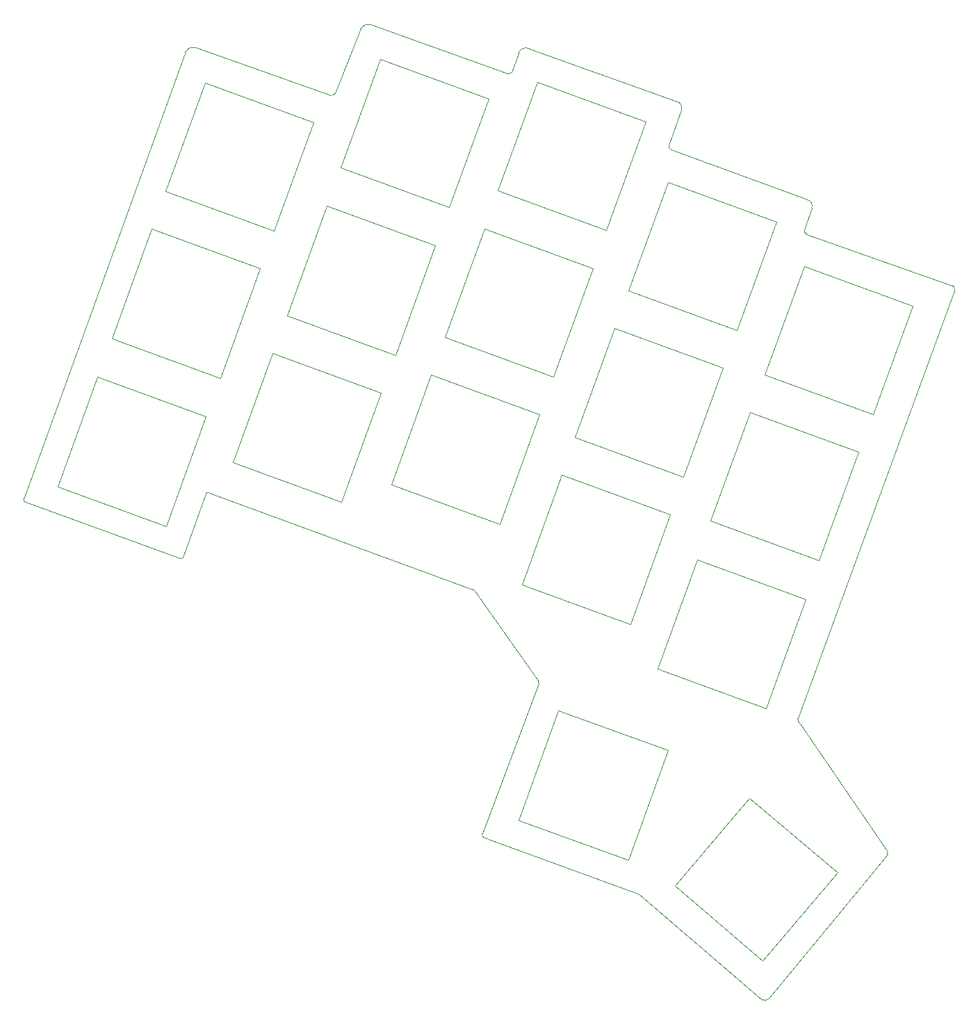
<source format=gbr>
%TF.GenerationSoftware,KiCad,Pcbnew,(5.1.10-1-10_14)*%
%TF.CreationDate,2021-09-30T22:01:03+08:00*%
%TF.ProjectId,k34,6b33342e-6b69-4636-9164-5f7063625858,rev?*%
%TF.SameCoordinates,Original*%
%TF.FileFunction,Profile,NP*%
%FSLAX46Y46*%
G04 Gerber Fmt 4.6, Leading zero omitted, Abs format (unit mm)*
G04 Created by KiCad (PCBNEW (5.1.10-1-10_14)) date 2021-09-30 22:01:03*
%MOMM*%
%LPD*%
G01*
G04 APERTURE LIST*
%TA.AperFunction,Profile*%
%ADD10C,0.050000*%
%TD*%
G04 APERTURE END LIST*
D10*
X125964177Y-44616648D02*
G75*
G02*
X126238000Y-45212000I-234177J-468352D01*
G01*
X107229494Y-97765104D02*
G75*
G02*
X107134805Y-97335198I593506J356104D01*
G01*
X107229494Y-97765104D02*
X118096312Y-113541061D01*
X73152000Y-109728000D02*
X86487000Y-114554000D01*
X77978000Y-96393000D02*
X73152000Y-109728000D01*
X91313000Y-101219000D02*
X77978000Y-96393000D01*
X86487000Y-114554000D02*
X91313000Y-101219000D01*
X112014000Y-116078000D02*
X101219000Y-107061000D01*
X102870000Y-126873000D02*
X112014000Y-116078000D01*
X92202000Y-117729000D02*
X102870000Y-126873000D01*
X101219000Y-107061000D02*
X92202000Y-117729000D01*
X94869000Y-77978000D02*
X108077000Y-82804000D01*
X103251000Y-96139000D02*
X90043000Y-91313000D01*
X108077000Y-82804000D02*
X103251000Y-96139000D01*
X90043000Y-91313000D02*
X94869000Y-77978000D01*
X78359000Y-67691000D02*
X91567000Y-72517000D01*
X86741000Y-85852000D02*
X73533000Y-81026000D01*
X91567000Y-72517000D02*
X86741000Y-85852000D01*
X73533000Y-81026000D02*
X78359000Y-67691000D01*
X62484000Y-55499000D02*
X75692000Y-60325000D01*
X70866000Y-73660000D02*
X57658000Y-68834000D01*
X75692000Y-60325000D02*
X70866000Y-73660000D01*
X57658000Y-68834000D02*
X62484000Y-55499000D01*
X43180000Y-52832000D02*
X56388000Y-57658000D01*
X51562000Y-70993000D02*
X38354000Y-66167000D01*
X56388000Y-57658000D02*
X51562000Y-70993000D01*
X38354000Y-66167000D02*
X43180000Y-52832000D01*
X21844000Y-55753000D02*
X35052000Y-60579000D01*
X30226000Y-73914000D02*
X17018000Y-69088000D01*
X35052000Y-60579000D02*
X30226000Y-73914000D01*
X17018000Y-69088000D02*
X21844000Y-55753000D01*
X28448000Y-37719000D02*
X41656000Y-42545000D01*
X36830000Y-55880000D02*
X23622000Y-51054000D01*
X41656000Y-42545000D02*
X36830000Y-55880000D01*
X23622000Y-51054000D02*
X28448000Y-37719000D01*
X49784000Y-34925000D02*
X62992000Y-39751000D01*
X58166000Y-53086000D02*
X44958000Y-48260000D01*
X62992000Y-39751000D02*
X58166000Y-53086000D01*
X44958000Y-48260000D02*
X49784000Y-34925000D01*
X77343000Y-55753000D02*
X64135000Y-50927000D01*
X82169000Y-42545000D02*
X77343000Y-55753000D01*
X68961000Y-37719000D02*
X82169000Y-42545000D01*
X64135000Y-50927000D02*
X68961000Y-37719000D01*
X93218000Y-67945000D02*
X80010000Y-63119000D01*
X98044000Y-54610000D02*
X93218000Y-67945000D01*
X84836000Y-49784000D02*
X98044000Y-54610000D01*
X80010000Y-63119000D02*
X84836000Y-49784000D01*
X109728000Y-78105000D02*
X96520000Y-73279000D01*
X114554000Y-64897000D02*
X109728000Y-78105000D01*
X101346000Y-60071000D02*
X114554000Y-64897000D01*
X96520000Y-73279000D02*
X101346000Y-60071000D01*
X116332000Y-60325000D02*
X103124000Y-55499000D01*
X121158000Y-47117000D02*
X116332000Y-60325000D01*
X107950000Y-42291000D02*
X121158000Y-47117000D01*
X103124000Y-55499000D02*
X107950000Y-42291000D01*
X99695000Y-50038000D02*
X86487000Y-45212000D01*
X104521000Y-36830000D02*
X99695000Y-50038000D01*
X91313000Y-32004000D02*
X104521000Y-36830000D01*
X86487000Y-45212000D02*
X91313000Y-32004000D01*
X83820000Y-37846000D02*
X70612000Y-33020000D01*
X88646000Y-24638000D02*
X83820000Y-37846000D01*
X75438000Y-19812000D02*
X88646000Y-24638000D01*
X70612000Y-33020000D02*
X75438000Y-19812000D01*
X64643000Y-35052000D02*
X51435000Y-30226000D01*
X69469000Y-21844000D02*
X64643000Y-35052000D01*
X56261000Y-17018000D02*
X69469000Y-21844000D01*
X51435000Y-30226000D02*
X56261000Y-17018000D01*
X43307000Y-37973000D02*
X30099000Y-33147000D01*
X48133000Y-24765000D02*
X43307000Y-37973000D01*
X34925000Y-19939000D02*
X48133000Y-24765000D01*
X30099000Y-33147000D02*
X34925000Y-19939000D01*
X68961001Y-111886999D02*
G75*
G02*
X68707001Y-111379001I126999J380999D01*
G01*
X103632000Y-131445000D02*
G75*
G02*
X102743001Y-131572001I-508000J380999D01*
G01*
X75564998Y-92837000D02*
G75*
G02*
X75564999Y-93090999I-253998J-127000D01*
G01*
X67567682Y-81646273D02*
G75*
G02*
X67818000Y-81788000I-130682J-522727D01*
G01*
X35052001Y-69977001D02*
G75*
G02*
X35432999Y-69850001I253999J-126999D01*
G01*
X32257999Y-77723999D02*
G75*
G02*
X31877001Y-77850999I-253999J126999D01*
G01*
X12880197Y-70939804D02*
G75*
G02*
X12827001Y-70612001I200803J200804D01*
G01*
X118096312Y-113541061D02*
G75*
G02*
X118050039Y-113919000I-554273J-123939D01*
G01*
X108204001Y-38353999D02*
G75*
G02*
X107950001Y-37846001I126999J380999D01*
G01*
X108839000Y-35178998D02*
X107950000Y-37846000D01*
X108331000Y-34163000D02*
G75*
G02*
X108839000Y-35178998I-253999J-761999D01*
G01*
X91641395Y-28045208D02*
G75*
G02*
X91440000Y-27559000I179604J359209D01*
G01*
X92964000Y-23240998D02*
X91440000Y-27559000D01*
X92456000Y-22225000D02*
G75*
G02*
X92964000Y-23240998I-253999J-761999D01*
G01*
X72278406Y-18631802D02*
G75*
G02*
X71882001Y-18795999I-269406J89802D01*
G01*
X73123432Y-16331144D02*
X72278407Y-18631802D01*
X73123431Y-16331144D02*
G75*
G02*
X74421999Y-15748001I917569J-305856D01*
G01*
X50808617Y-21179404D02*
G75*
G02*
X50292001Y-21462999I-389617J97404D01*
G01*
X53871096Y-13349434D02*
X50808617Y-21179404D01*
X53871095Y-13349434D02*
G75*
G02*
X55118000Y-12827000I992906J-620565D01*
G01*
X32535094Y-16143435D02*
G75*
G02*
X33781999Y-15621001I992906J-620565D01*
G01*
X108204001Y-38353999D02*
X125964177Y-44616647D01*
X91641395Y-28045208D02*
X108331000Y-34163000D01*
X55118000Y-12827000D02*
X71882001Y-18795999D01*
X33782000Y-15621000D02*
X50292001Y-21462999D01*
X126238000Y-45212000D02*
X107134805Y-97335198D01*
X74422000Y-15748000D02*
X92456000Y-22225000D01*
X103632000Y-131445000D02*
X118050039Y-113919000D01*
X87757000Y-118745000D02*
X102743001Y-131572001D01*
X68961001Y-111886999D02*
X87757000Y-118745000D01*
X75564999Y-93090999D02*
X68707001Y-111379001D01*
X67818000Y-81788000D02*
X75564999Y-92837000D01*
X35432999Y-69850001D02*
X67567682Y-81646272D01*
X32257999Y-77723999D02*
X35052001Y-69977001D01*
X12880197Y-70939804D02*
X31877001Y-77850999D01*
X32535095Y-16143435D02*
X12827001Y-70612001D01*
M02*

</source>
